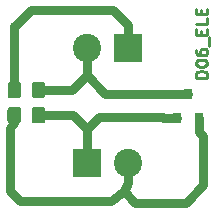
<source format=gbr>
G04 #@! TF.GenerationSoftware,KiCad,Pcbnew,5.1.5-52549c5~86~ubuntu18.04.1*
G04 #@! TF.CreationDate,2020-10-13T18:11:48-05:00*
G04 #@! TF.ProjectId,D06,4430362e-6b69-4636-9164-5f7063625858,rev?*
G04 #@! TF.SameCoordinates,Original*
G04 #@! TF.FileFunction,Copper,L1,Top*
G04 #@! TF.FilePolarity,Positive*
%FSLAX46Y46*%
G04 Gerber Fmt 4.6, Leading zero omitted, Abs format (unit mm)*
G04 Created by KiCad (PCBNEW 5.1.5-52549c5~86~ubuntu18.04.1) date 2020-10-13 18:11:48*
%MOMM*%
%LPD*%
G04 APERTURE LIST*
%ADD10C,0.250000*%
%ADD11C,0.100000*%
%ADD12R,0.800000X0.900000*%
%ADD13C,2.400000*%
%ADD14R,2.400000X2.400000*%
%ADD15C,0.750000*%
G04 APERTURE END LIST*
D10*
X37358580Y-26552161D02*
X36358580Y-26552161D01*
X36358580Y-26314066D01*
X36406200Y-26171209D01*
X36501438Y-26075971D01*
X36596676Y-26028352D01*
X36787152Y-25980733D01*
X36930009Y-25980733D01*
X37120485Y-26028352D01*
X37215723Y-26075971D01*
X37310961Y-26171209D01*
X37358580Y-26314066D01*
X37358580Y-26552161D01*
X36358580Y-25361685D02*
X36358580Y-25266447D01*
X36406200Y-25171209D01*
X36453819Y-25123590D01*
X36549057Y-25075971D01*
X36739533Y-25028352D01*
X36977628Y-25028352D01*
X37168104Y-25075971D01*
X37263342Y-25123590D01*
X37310961Y-25171209D01*
X37358580Y-25266447D01*
X37358580Y-25361685D01*
X37310961Y-25456923D01*
X37263342Y-25504542D01*
X37168104Y-25552161D01*
X36977628Y-25599780D01*
X36739533Y-25599780D01*
X36549057Y-25552161D01*
X36453819Y-25504542D01*
X36406200Y-25456923D01*
X36358580Y-25361685D01*
X36358580Y-24171209D02*
X36358580Y-24361685D01*
X36406200Y-24456923D01*
X36453819Y-24504542D01*
X36596676Y-24599780D01*
X36787152Y-24647400D01*
X37168104Y-24647400D01*
X37263342Y-24599780D01*
X37310961Y-24552161D01*
X37358580Y-24456923D01*
X37358580Y-24266447D01*
X37310961Y-24171209D01*
X37263342Y-24123590D01*
X37168104Y-24075971D01*
X36930009Y-24075971D01*
X36834771Y-24123590D01*
X36787152Y-24171209D01*
X36739533Y-24266447D01*
X36739533Y-24456923D01*
X36787152Y-24552161D01*
X36834771Y-24599780D01*
X36930009Y-24647400D01*
X37453819Y-23885495D02*
X37453819Y-23123590D01*
X36834771Y-22885495D02*
X36834771Y-22552161D01*
X37358580Y-22409304D02*
X37358580Y-22885495D01*
X36358580Y-22885495D01*
X36358580Y-22409304D01*
X37358580Y-21504542D02*
X37358580Y-21980733D01*
X36358580Y-21980733D01*
X36834771Y-21171209D02*
X36834771Y-20837876D01*
X37358580Y-20695019D02*
X37358580Y-21171209D01*
X36358580Y-21171209D01*
X36358580Y-20695019D01*
G04 #@! TA.AperFunction,SMDPad,CuDef*
D11*
G36*
X21346305Y-29019204D02*
G01*
X21370573Y-29022804D01*
X21394372Y-29028765D01*
X21417471Y-29037030D01*
X21439650Y-29047520D01*
X21460693Y-29060132D01*
X21480399Y-29074747D01*
X21498577Y-29091223D01*
X21515053Y-29109401D01*
X21529668Y-29129107D01*
X21542280Y-29150150D01*
X21552770Y-29172329D01*
X21561035Y-29195428D01*
X21566996Y-29219227D01*
X21570596Y-29243495D01*
X21571800Y-29267999D01*
X21571800Y-30168001D01*
X21570596Y-30192505D01*
X21566996Y-30216773D01*
X21561035Y-30240572D01*
X21552770Y-30263671D01*
X21542280Y-30285850D01*
X21529668Y-30306893D01*
X21515053Y-30326599D01*
X21498577Y-30344777D01*
X21480399Y-30361253D01*
X21460693Y-30375868D01*
X21439650Y-30388480D01*
X21417471Y-30398970D01*
X21394372Y-30407235D01*
X21370573Y-30413196D01*
X21346305Y-30416796D01*
X21321801Y-30418000D01*
X20671799Y-30418000D01*
X20647295Y-30416796D01*
X20623027Y-30413196D01*
X20599228Y-30407235D01*
X20576129Y-30398970D01*
X20553950Y-30388480D01*
X20532907Y-30375868D01*
X20513201Y-30361253D01*
X20495023Y-30344777D01*
X20478547Y-30326599D01*
X20463932Y-30306893D01*
X20451320Y-30285850D01*
X20440830Y-30263671D01*
X20432565Y-30240572D01*
X20426604Y-30216773D01*
X20423004Y-30192505D01*
X20421800Y-30168001D01*
X20421800Y-29267999D01*
X20423004Y-29243495D01*
X20426604Y-29219227D01*
X20432565Y-29195428D01*
X20440830Y-29172329D01*
X20451320Y-29150150D01*
X20463932Y-29129107D01*
X20478547Y-29109401D01*
X20495023Y-29091223D01*
X20513201Y-29074747D01*
X20532907Y-29060132D01*
X20553950Y-29047520D01*
X20576129Y-29037030D01*
X20599228Y-29028765D01*
X20623027Y-29022804D01*
X20647295Y-29019204D01*
X20671799Y-29018000D01*
X21321801Y-29018000D01*
X21346305Y-29019204D01*
G37*
G04 #@! TD.AperFunction*
G04 #@! TA.AperFunction,SMDPad,CuDef*
G36*
X23396305Y-29019204D02*
G01*
X23420573Y-29022804D01*
X23444372Y-29028765D01*
X23467471Y-29037030D01*
X23489650Y-29047520D01*
X23510693Y-29060132D01*
X23530399Y-29074747D01*
X23548577Y-29091223D01*
X23565053Y-29109401D01*
X23579668Y-29129107D01*
X23592280Y-29150150D01*
X23602770Y-29172329D01*
X23611035Y-29195428D01*
X23616996Y-29219227D01*
X23620596Y-29243495D01*
X23621800Y-29267999D01*
X23621800Y-30168001D01*
X23620596Y-30192505D01*
X23616996Y-30216773D01*
X23611035Y-30240572D01*
X23602770Y-30263671D01*
X23592280Y-30285850D01*
X23579668Y-30306893D01*
X23565053Y-30326599D01*
X23548577Y-30344777D01*
X23530399Y-30361253D01*
X23510693Y-30375868D01*
X23489650Y-30388480D01*
X23467471Y-30398970D01*
X23444372Y-30407235D01*
X23420573Y-30413196D01*
X23396305Y-30416796D01*
X23371801Y-30418000D01*
X22721799Y-30418000D01*
X22697295Y-30416796D01*
X22673027Y-30413196D01*
X22649228Y-30407235D01*
X22626129Y-30398970D01*
X22603950Y-30388480D01*
X22582907Y-30375868D01*
X22563201Y-30361253D01*
X22545023Y-30344777D01*
X22528547Y-30326599D01*
X22513932Y-30306893D01*
X22501320Y-30285850D01*
X22490830Y-30263671D01*
X22482565Y-30240572D01*
X22476604Y-30216773D01*
X22473004Y-30192505D01*
X22471800Y-30168001D01*
X22471800Y-29267999D01*
X22473004Y-29243495D01*
X22476604Y-29219227D01*
X22482565Y-29195428D01*
X22490830Y-29172329D01*
X22501320Y-29150150D01*
X22513932Y-29129107D01*
X22528547Y-29109401D01*
X22545023Y-29091223D01*
X22563201Y-29074747D01*
X22582907Y-29060132D01*
X22603950Y-29047520D01*
X22626129Y-29037030D01*
X22649228Y-29028765D01*
X22673027Y-29022804D01*
X22697295Y-29019204D01*
X22721799Y-29018000D01*
X23371801Y-29018000D01*
X23396305Y-29019204D01*
G37*
G04 #@! TD.AperFunction*
G04 #@! TA.AperFunction,SMDPad,CuDef*
G36*
X23405305Y-26885604D02*
G01*
X23429573Y-26889204D01*
X23453372Y-26895165D01*
X23476471Y-26903430D01*
X23498650Y-26913920D01*
X23519693Y-26926532D01*
X23539399Y-26941147D01*
X23557577Y-26957623D01*
X23574053Y-26975801D01*
X23588668Y-26995507D01*
X23601280Y-27016550D01*
X23611770Y-27038729D01*
X23620035Y-27061828D01*
X23625996Y-27085627D01*
X23629596Y-27109895D01*
X23630800Y-27134399D01*
X23630800Y-28034401D01*
X23629596Y-28058905D01*
X23625996Y-28083173D01*
X23620035Y-28106972D01*
X23611770Y-28130071D01*
X23601280Y-28152250D01*
X23588668Y-28173293D01*
X23574053Y-28192999D01*
X23557577Y-28211177D01*
X23539399Y-28227653D01*
X23519693Y-28242268D01*
X23498650Y-28254880D01*
X23476471Y-28265370D01*
X23453372Y-28273635D01*
X23429573Y-28279596D01*
X23405305Y-28283196D01*
X23380801Y-28284400D01*
X22730799Y-28284400D01*
X22706295Y-28283196D01*
X22682027Y-28279596D01*
X22658228Y-28273635D01*
X22635129Y-28265370D01*
X22612950Y-28254880D01*
X22591907Y-28242268D01*
X22572201Y-28227653D01*
X22554023Y-28211177D01*
X22537547Y-28192999D01*
X22522932Y-28173293D01*
X22510320Y-28152250D01*
X22499830Y-28130071D01*
X22491565Y-28106972D01*
X22485604Y-28083173D01*
X22482004Y-28058905D01*
X22480800Y-28034401D01*
X22480800Y-27134399D01*
X22482004Y-27109895D01*
X22485604Y-27085627D01*
X22491565Y-27061828D01*
X22499830Y-27038729D01*
X22510320Y-27016550D01*
X22522932Y-26995507D01*
X22537547Y-26975801D01*
X22554023Y-26957623D01*
X22572201Y-26941147D01*
X22591907Y-26926532D01*
X22612950Y-26913920D01*
X22635129Y-26903430D01*
X22658228Y-26895165D01*
X22682027Y-26889204D01*
X22706295Y-26885604D01*
X22730799Y-26884400D01*
X23380801Y-26884400D01*
X23405305Y-26885604D01*
G37*
G04 #@! TD.AperFunction*
G04 #@! TA.AperFunction,SMDPad,CuDef*
G36*
X21355305Y-26885604D02*
G01*
X21379573Y-26889204D01*
X21403372Y-26895165D01*
X21426471Y-26903430D01*
X21448650Y-26913920D01*
X21469693Y-26926532D01*
X21489399Y-26941147D01*
X21507577Y-26957623D01*
X21524053Y-26975801D01*
X21538668Y-26995507D01*
X21551280Y-27016550D01*
X21561770Y-27038729D01*
X21570035Y-27061828D01*
X21575996Y-27085627D01*
X21579596Y-27109895D01*
X21580800Y-27134399D01*
X21580800Y-28034401D01*
X21579596Y-28058905D01*
X21575996Y-28083173D01*
X21570035Y-28106972D01*
X21561770Y-28130071D01*
X21551280Y-28152250D01*
X21538668Y-28173293D01*
X21524053Y-28192999D01*
X21507577Y-28211177D01*
X21489399Y-28227653D01*
X21469693Y-28242268D01*
X21448650Y-28254880D01*
X21426471Y-28265370D01*
X21403372Y-28273635D01*
X21379573Y-28279596D01*
X21355305Y-28283196D01*
X21330801Y-28284400D01*
X20680799Y-28284400D01*
X20656295Y-28283196D01*
X20632027Y-28279596D01*
X20608228Y-28273635D01*
X20585129Y-28265370D01*
X20562950Y-28254880D01*
X20541907Y-28242268D01*
X20522201Y-28227653D01*
X20504023Y-28211177D01*
X20487547Y-28192999D01*
X20472932Y-28173293D01*
X20460320Y-28152250D01*
X20449830Y-28130071D01*
X20441565Y-28106972D01*
X20435604Y-28083173D01*
X20432004Y-28058905D01*
X20430800Y-28034401D01*
X20430800Y-27134399D01*
X20432004Y-27109895D01*
X20435604Y-27085627D01*
X20441565Y-27061828D01*
X20449830Y-27038729D01*
X20460320Y-27016550D01*
X20472932Y-26995507D01*
X20487547Y-26975801D01*
X20504023Y-26957623D01*
X20522201Y-26941147D01*
X20541907Y-26926532D01*
X20562950Y-26913920D01*
X20585129Y-26903430D01*
X20608228Y-26895165D01*
X20632027Y-26889204D01*
X20656295Y-26885604D01*
X20680799Y-26884400D01*
X21330801Y-26884400D01*
X21355305Y-26885604D01*
G37*
G04 #@! TD.AperFunction*
D12*
X35712400Y-27930600D03*
X36662400Y-29930600D03*
X34762400Y-29930600D03*
D13*
X27140000Y-24003000D03*
D14*
X30640000Y-24003000D03*
D13*
X30640000Y-33777000D03*
D14*
X27140000Y-33777000D03*
D15*
X30640000Y-33777000D02*
X30640000Y-35474056D01*
X20600010Y-36094010D02*
X20600010Y-30814790D01*
X20996800Y-30418000D02*
X20996800Y-29718000D01*
X21463000Y-36957000D02*
X20600010Y-36094010D01*
X29157056Y-36957000D02*
X21463000Y-36957000D01*
X20600010Y-30814790D02*
X20996800Y-30418000D01*
X36662400Y-31130600D02*
X36982400Y-31450600D01*
X36662400Y-29930600D02*
X36662400Y-31130600D01*
X36982400Y-31450600D02*
X36982400Y-35636200D01*
X36982400Y-35636200D02*
X35509200Y-37109400D01*
X35509200Y-37109400D02*
X31242000Y-37109400D01*
X30640000Y-35474056D02*
X30276800Y-36144200D01*
X31242000Y-37109400D02*
X30276800Y-36144200D01*
X30276800Y-36144200D02*
X29157056Y-36957000D01*
X33612400Y-29930600D02*
X33577600Y-29895800D01*
X34762400Y-29930600D02*
X33612400Y-29930600D01*
X33577600Y-29895800D02*
X28143200Y-29895800D01*
X27140000Y-30899000D02*
X27140000Y-33777000D01*
X28143200Y-29895800D02*
X27140000Y-30899000D01*
X23621800Y-29718000D02*
X23647200Y-29692600D01*
X23046800Y-29718000D02*
X23621800Y-29718000D01*
X25933600Y-29692600D02*
X27140000Y-30899000D01*
X23647200Y-29692600D02*
X25933600Y-29692600D01*
X35712400Y-27930600D02*
X28718000Y-27930600D01*
X27140000Y-26352600D02*
X27140000Y-24003000D01*
X28718000Y-27930600D02*
X27140000Y-26352600D01*
X23630800Y-27584400D02*
X23656200Y-27609800D01*
X23055800Y-27584400D02*
X23630800Y-27584400D01*
X25882800Y-27609800D02*
X27140000Y-26352600D01*
X23656200Y-27609800D02*
X25882800Y-27609800D01*
X21005800Y-22148800D02*
X21005800Y-27584400D01*
X21018500Y-22161500D02*
X21005800Y-22148800D01*
X22402800Y-20777200D02*
X21018500Y-22161500D01*
X29364200Y-20777200D02*
X22402800Y-20777200D01*
X30640000Y-24003000D02*
X30640000Y-22053000D01*
X30640000Y-22053000D02*
X29364200Y-20777200D01*
M02*

</source>
